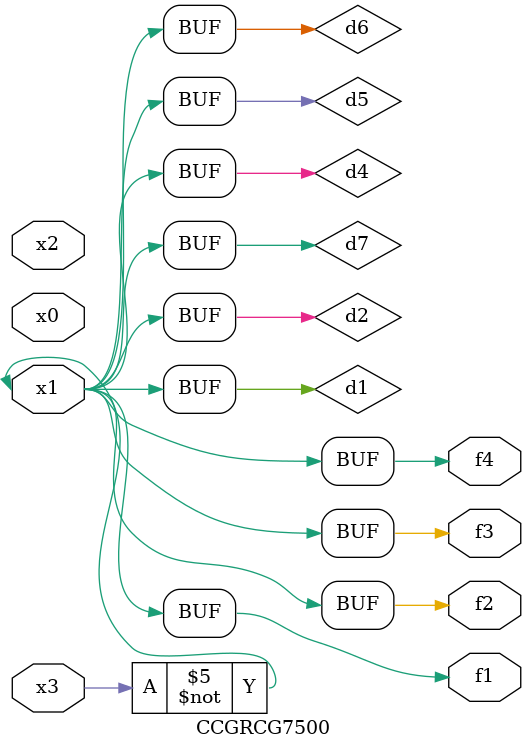
<source format=v>
module CCGRCG7500(
	input x0, x1, x2, x3,
	output f1, f2, f3, f4
);

	wire d1, d2, d3, d4, d5, d6, d7;

	not (d1, x3);
	buf (d2, x1);
	xnor (d3, d1, d2);
	nor (d4, d1);
	buf (d5, d1, d2);
	buf (d6, d4, d5);
	nand (d7, d4);
	assign f1 = d6;
	assign f2 = d7;
	assign f3 = d6;
	assign f4 = d6;
endmodule

</source>
